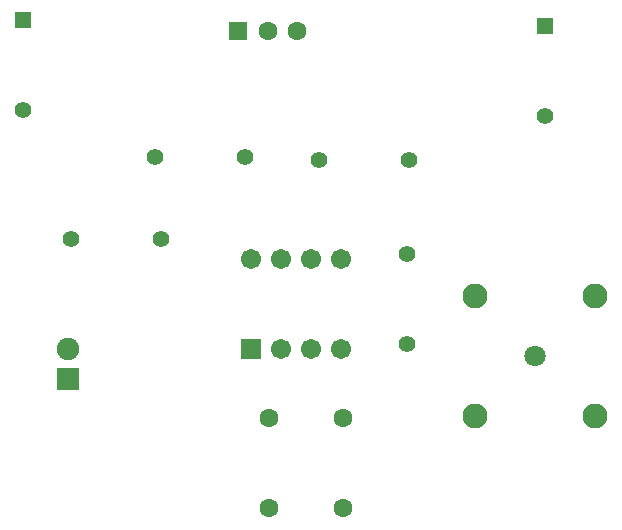
<source format=gbs>
G04*
G04 #@! TF.GenerationSoftware,Altium Limited,Altium Designer,20.1.14 (287)*
G04*
G04 Layer_Color=16711935*
%FSLAX25Y25*%
%MOIN*%
G70*
G04*
G04 #@! TF.SameCoordinates,068E075E-6B28-4131-8978-D2EB394F3ECB*
G04*
G04*
G04 #@! TF.FilePolarity,Negative*
G04*
G01*
G75*
%ADD17C,0.05524*%
%ADD18C,0.07099*%
%ADD19C,0.08280*%
%ADD20C,0.06312*%
%ADD21R,0.05524X0.05524*%
%ADD22R,0.06312X0.06312*%
%ADD23R,0.06706X0.06706*%
%ADD24C,0.06706*%
%ADD25R,0.07493X0.07493*%
%ADD26C,0.07493*%
D17*
X77000Y95000D02*
D03*
X47000D02*
D03*
X105000Y122500D02*
D03*
X75000D02*
D03*
X159500Y121500D02*
D03*
X129500D02*
D03*
X159000Y90000D02*
D03*
Y60000D02*
D03*
X205000Y136000D02*
D03*
X31000Y138000D02*
D03*
D18*
X201618Y56118D02*
D03*
D19*
X221500Y36236D02*
D03*
X181736Y76000D02*
D03*
Y36236D02*
D03*
X221500Y76000D02*
D03*
D20*
X137500Y5500D02*
D03*
Y35500D02*
D03*
X113000D02*
D03*
Y5500D02*
D03*
X122343Y164500D02*
D03*
X112500D02*
D03*
D21*
X205000Y166000D02*
D03*
X31000Y168000D02*
D03*
D22*
X102657Y164500D02*
D03*
D23*
X107000Y58500D02*
D03*
D24*
X117000D02*
D03*
X127000D02*
D03*
X137000D02*
D03*
X107000Y88500D02*
D03*
X117000D02*
D03*
X127000D02*
D03*
X137000D02*
D03*
D25*
X46000Y48500D02*
D03*
D26*
Y58500D02*
D03*
M02*

</source>
